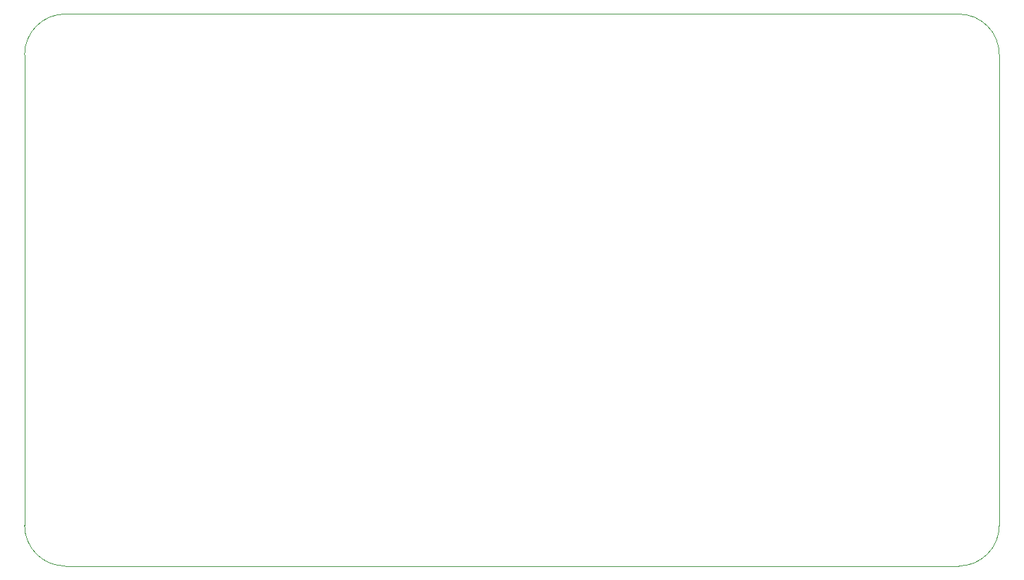
<source format=gbr>
%TF.GenerationSoftware,KiCad,Pcbnew,(5.1.10)-1*%
%TF.CreationDate,2021-08-26T14:05:13+08:00*%
%TF.ProjectId,Syrostan-Ext-DIO,5379726f-7374-4616-9e2d-4578742d4449,rev?*%
%TF.SameCoordinates,Original*%
%TF.FileFunction,Profile,NP*%
%FSLAX46Y46*%
G04 Gerber Fmt 4.6, Leading zero omitted, Abs format (unit mm)*
G04 Created by KiCad (PCBNEW (5.1.10)-1) date 2021-08-26 14:05:13*
%MOMM*%
%LPD*%
G01*
G04 APERTURE LIST*
%TA.AperFunction,Profile*%
%ADD10C,0.050000*%
%TD*%
G04 APERTURE END LIST*
D10*
X210000000Y-67000000D02*
G75*
G02*
X215000000Y-72000000I0J-5000000D01*
G01*
X215000000Y-130000000D02*
G75*
G02*
X210000000Y-135000000I-5000000J0D01*
G01*
X100000000Y-135000000D02*
G75*
G02*
X95000000Y-130000000I0J5000000D01*
G01*
X95000000Y-72000000D02*
G75*
G02*
X100000000Y-67000000I5000000J0D01*
G01*
X95000000Y-72000000D02*
X95000000Y-130000000D01*
X210000000Y-67000000D02*
X100000000Y-67000000D01*
X215000000Y-130000000D02*
X215000000Y-72000000D01*
X100000000Y-135000000D02*
X210000000Y-135000000D01*
M02*

</source>
